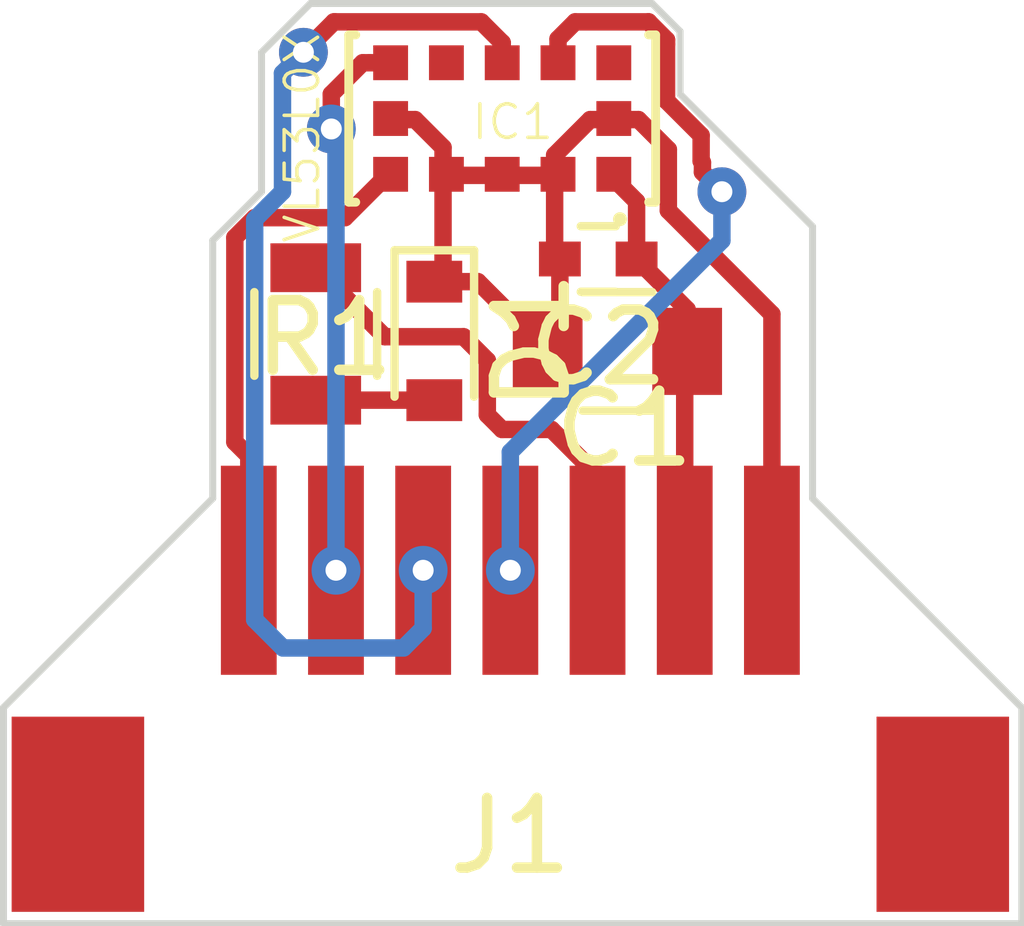
<source format=kicad_pcb>
(kicad_pcb (version 4) (host pcbnew 4.0.7)

  (general
    (links 17)
    (no_connects 0)
    (area 13.574799 12.874799 39.6508 33.3832)
    (thickness 1.6)
    (drawings 20)
    (tracks 94)
    (zones 0)
    (modules 6)
    (nets 10)
  )

  (page User 129.997 102.006)
  (layers
    (0 F.Cu signal)
    (31 B.Cu signal)
    (32 B.Adhes user hide)
    (33 F.Adhes user hide)
    (34 B.Paste user)
    (35 F.Paste user)
    (36 B.SilkS user)
    (37 F.SilkS user)
    (38 B.Mask user hide)
    (39 F.Mask user)
    (40 Dwgs.User user hide)
    (41 Cmts.User user hide)
    (42 Eco1.User user hide)
    (43 Eco2.User user hide)
    (44 Edge.Cuts user)
    (45 Margin user hide)
    (46 B.CrtYd user hide)
    (47 F.CrtYd user)
    (48 B.Fab user hide)
    (49 F.Fab user hide)
  )

  (setup
    (last_trace_width 0.25)
    (trace_clearance 0.2)
    (zone_clearance 0.508)
    (zone_45_only no)
    (trace_min 0.203)
    (segment_width 0.2)
    (edge_width 0.1)
    (via_size 0.7)
    (via_drill 0.3)
    (via_min_size 0.7)
    (via_min_drill 0.3)
    (uvia_size 0.3)
    (uvia_drill 0.1)
    (uvias_allowed no)
    (uvia_min_size 0.2)
    (uvia_min_drill 0.1)
    (pcb_text_width 0.3)
    (pcb_text_size 1.5 1.5)
    (mod_edge_width 0.15)
    (mod_text_size 1 1)
    (mod_text_width 0.15)
    (pad_size 1.9 2.8)
    (pad_drill 0)
    (pad_to_mask_clearance 0)
    (aux_axis_origin 14.5748 14.0748)
    (grid_origin 14.5748 14.0748)
    (visible_elements 7FFFFFFF)
    (pcbplotparams
      (layerselection 0x010fc_80000001)
      (usegerberextensions true)
      (excludeedgelayer true)
      (linewidth 0.100000)
      (plotframeref false)
      (viasonmask true)
      (mode 1)
      (useauxorigin false)
      (hpglpennumber 1)
      (hpglpenspeed 20)
      (hpglpendiameter 15)
      (hpglpenoverlay 2)
      (psnegative false)
      (psa4output false)
      (plotreference true)
      (plotvalue true)
      (plotinvisibletext false)
      (padsonsilk false)
      (subtractmaskfromsilk true)
      (outputformat 1)
      (mirror false)
      (drillshape 0)
      (scaleselection 1)
      (outputdirectory Fabrication/))
  )

  (net 0 "")
  (net 1 +3V3)
  (net 2 GND)
  (net 3 "Net-(D1-Pad2)")
  (net 4 /SCL)
  (net 5 /SDA)
  (net 6 "Net-(IC1-Pad8)")
  (net 7 /XSHUT)
  (net 8 /INT)
  (net 9 /LED)

  (net_class Default "Toto je výchozí třída sítě."
    (clearance 0.2)
    (trace_width 0.25)
    (via_dia 0.7)
    (via_drill 0.3)
    (uvia_dia 0.3)
    (uvia_drill 0.1)
    (add_net +3V3)
    (add_net /INT)
    (add_net /LED)
    (add_net /SCL)
    (add_net /SDA)
    (add_net /XSHUT)
    (add_net GND)
    (add_net "Net-(D1-Pad2)")
    (add_net "Net-(IC1-Pad8)")
  )

  (module CanSat:MOLEX_PicoBlade_7 (layer F.Cu) (tedit 5A7204B0) (tstamp 5A5E5E45)
    (at 21.84174 24.74524)
    (path /5A51E5E2)
    (fp_text reference J1 (at 0 1.27) (layer F.SilkS)
      (effects (font (size 1 1) (thickness 0.15)))
    )
    (fp_text value Conn_01x07 (at 0 -5.08) (layer F.Fab)
      (effects (font (size 1 1) (thickness 0.15)))
    )
    (pad 4 smd rect (at 0 -2.54) (size 0.8 3) (layers F.Cu F.Paste F.Mask)
      (net 4 /SCL))
    (pad 5 smd rect (at 1.25 -2.54) (size 0.8 3) (layers F.Cu F.Paste F.Mask)
      (net 9 /LED))
    (pad 6 smd rect (at 2.5 -2.54) (size 0.8 3) (layers F.Cu F.Paste F.Mask)
      (net 1 +3V3))
    (pad 3 smd rect (at -1.25 -2.54) (size 0.8 3) (layers F.Cu F.Paste F.Mask)
      (net 5 /SDA))
    (pad 2 smd rect (at -2.5 -2.54) (size 0.8 3) (layers F.Cu F.Paste F.Mask)
      (net 8 /INT))
    (pad "" smd rect (at 6.2 0.96) (size 1.9 2.8) (layers F.Cu F.Paste F.Mask))
    (pad "" smd rect (at -6.2 0.96) (size 1.9 2.8) (layers F.Cu F.Paste F.Mask))
    (pad 7 smd rect (at 3.75 -2.54) (size 0.8 3) (layers F.Cu F.Paste F.Mask)
      (net 2 GND))
    (pad 1 smd rect (at -3.75 -2.54) (size 0.8 3) (layers F.Cu F.Paste F.Mask)
      (net 7 /XSHUT))
  )

  (module Capacitors_SMD:C_0805 (layer F.Cu) (tedit 5A7620DB) (tstamp 5A5B8C94)
    (at 23.37674 19.06524 180)
    (descr "Capacitor SMD 0805, reflow soldering, AVX (see smccp.pdf)")
    (tags "capacitor 0805")
    (path /5A51E2B0)
    (attr smd)
    (fp_text reference C1 (at -0.09806 -1.10956 180) (layer F.SilkS)
      (effects (font (size 1 1) (thickness 0.15)))
    )
    (fp_text value 100nF (at 0 1.75 180) (layer F.Fab)
      (effects (font (size 1 1) (thickness 0.15)))
    )
    (fp_text user %R (at 0 -1.5 180) (layer F.Fab)
      (effects (font (size 1 1) (thickness 0.15)))
    )
    (fp_line (start -1 0.62) (end -1 -0.62) (layer F.Fab) (width 0.1))
    (fp_line (start 1 0.62) (end -1 0.62) (layer F.Fab) (width 0.1))
    (fp_line (start 1 -0.62) (end 1 0.62) (layer F.Fab) (width 0.1))
    (fp_line (start -1 -0.62) (end 1 -0.62) (layer F.Fab) (width 0.1))
    (fp_line (start 0.5 -0.85) (end -0.5 -0.85) (layer F.SilkS) (width 0.12))
    (fp_line (start -0.5 0.85) (end 0.5 0.85) (layer F.SilkS) (width 0.12))
    (fp_line (start -1.75 -0.88) (end 1.75 -0.88) (layer F.CrtYd) (width 0.05))
    (fp_line (start -1.75 -0.88) (end -1.75 0.87) (layer F.CrtYd) (width 0.05))
    (fp_line (start 1.75 0.87) (end 1.75 -0.88) (layer F.CrtYd) (width 0.05))
    (fp_line (start 1.75 0.87) (end -1.75 0.87) (layer F.CrtYd) (width 0.05))
    (pad 1 smd rect (at -1 0 180) (size 1 1.25) (layers F.Cu F.Paste F.Mask)
      (net 1 +3V3))
    (pad 2 smd rect (at 1 0 180) (size 1 1.25) (layers F.Cu F.Paste F.Mask)
      (net 2 GND))
    (model Capacitors_SMD.3dshapes/C_0805.wrl
      (at (xyz 0 0 0))
      (scale (xyz 1 1 1))
      (rotate (xyz 0 0 0))
    )
  )

  (module Capacitors_SMD:C_0402 (layer F.Cu) (tedit 58AA841A) (tstamp 5A5B8CA5)
    (at 23.10174 17.74024 180)
    (descr "Capacitor SMD 0402, reflow soldering, AVX (see smccp.pdf)")
    (tags "capacitor 0402")
    (path /5A51E305)
    (attr smd)
    (fp_text reference C2 (at 0 -1.27 180) (layer F.SilkS)
      (effects (font (size 1 1) (thickness 0.15)))
    )
    (fp_text value 4.7uF (at 0 1.27 180) (layer F.Fab)
      (effects (font (size 1 1) (thickness 0.15)))
    )
    (fp_text user %R (at 0 -1.27 180) (layer F.Fab)
      (effects (font (size 1 1) (thickness 0.15)))
    )
    (fp_line (start -0.5 0.25) (end -0.5 -0.25) (layer F.Fab) (width 0.1))
    (fp_line (start 0.5 0.25) (end -0.5 0.25) (layer F.Fab) (width 0.1))
    (fp_line (start 0.5 -0.25) (end 0.5 0.25) (layer F.Fab) (width 0.1))
    (fp_line (start -0.5 -0.25) (end 0.5 -0.25) (layer F.Fab) (width 0.1))
    (fp_line (start 0.25 -0.47) (end -0.25 -0.47) (layer F.SilkS) (width 0.12))
    (fp_line (start -0.25 0.47) (end 0.25 0.47) (layer F.SilkS) (width 0.12))
    (fp_line (start -1 -0.4) (end 1 -0.4) (layer F.CrtYd) (width 0.05))
    (fp_line (start -1 -0.4) (end -1 0.4) (layer F.CrtYd) (width 0.05))
    (fp_line (start 1 0.4) (end 1 -0.4) (layer F.CrtYd) (width 0.05))
    (fp_line (start 1 0.4) (end -1 0.4) (layer F.CrtYd) (width 0.05))
    (pad 1 smd rect (at -0.55 0 180) (size 0.6 0.5) (layers F.Cu F.Paste F.Mask)
      (net 1 +3V3))
    (pad 2 smd rect (at 0.55 0 180) (size 0.6 0.5) (layers F.Cu F.Paste F.Mask)
      (net 2 GND))
    (model Capacitors_SMD.3dshapes/C_0402.wrl
      (at (xyz 0 0 0))
      (scale (xyz 1 1 1))
      (rotate (xyz 0 0 0))
    )
  )

  (module Diodes_SMD:D_0603 (layer F.Cu) (tedit 590CE922) (tstamp 5A5B8CBD)
    (at 20.75174 18.91524 270)
    (descr "Diode SMD in 0603 package http://datasheets.avx.com/schottky.pdf")
    (tags "smd diode")
    (path /5A51DA01)
    (attr smd)
    (fp_text reference D1 (at 0 -1.4 270) (layer F.SilkS)
      (effects (font (size 1 1) (thickness 0.15)))
    )
    (fp_text value LED (at 0 1.4 270) (layer F.Fab)
      (effects (font (size 1 1) (thickness 0.15)))
    )
    (fp_text user %R (at 0 -1.4 270) (layer F.Fab)
      (effects (font (size 1 1) (thickness 0.15)))
    )
    (fp_line (start -1.3 -0.57) (end -1.3 0.57) (layer F.SilkS) (width 0.12))
    (fp_line (start 1.4 0.67) (end 1.4 -0.67) (layer F.CrtYd) (width 0.05))
    (fp_line (start -1.4 0.67) (end 1.4 0.67) (layer F.CrtYd) (width 0.05))
    (fp_line (start -1.4 -0.67) (end -1.4 0.67) (layer F.CrtYd) (width 0.05))
    (fp_line (start 1.4 -0.67) (end -1.4 -0.67) (layer F.CrtYd) (width 0.05))
    (fp_line (start 0.2 0) (end 0.4 0) (layer F.Fab) (width 0.1))
    (fp_line (start -0.1 0) (end -0.3 0) (layer F.Fab) (width 0.1))
    (fp_line (start -0.1 -0.2) (end -0.1 0.2) (layer F.Fab) (width 0.1))
    (fp_line (start 0.2 0.2) (end 0.2 -0.2) (layer F.Fab) (width 0.1))
    (fp_line (start -0.1 0) (end 0.2 0.2) (layer F.Fab) (width 0.1))
    (fp_line (start 0.2 -0.2) (end -0.1 0) (layer F.Fab) (width 0.1))
    (fp_line (start -0.8 0.45) (end -0.8 -0.45) (layer F.Fab) (width 0.1))
    (fp_line (start 0.8 0.45) (end -0.8 0.45) (layer F.Fab) (width 0.1))
    (fp_line (start 0.8 -0.45) (end 0.8 0.45) (layer F.Fab) (width 0.1))
    (fp_line (start -0.8 -0.45) (end 0.8 -0.45) (layer F.Fab) (width 0.1))
    (fp_line (start -1.3 0.57) (end 0.8 0.57) (layer F.SilkS) (width 0.12))
    (fp_line (start -1.3 -0.57) (end 0.8 -0.57) (layer F.SilkS) (width 0.12))
    (pad 1 smd rect (at -0.85 0 270) (size 0.6 0.8) (layers F.Cu F.Paste F.Mask)
      (net 2 GND))
    (pad 2 smd rect (at 0.85 0 270) (size 0.6 0.8) (layers F.Cu F.Paste F.Mask)
      (net 3 "Net-(D1-Pad2)"))
    (model ${KISYS3DMOD}/Diodes_SMD.3dshapes/D_0603.wrl
      (at (xyz 0 0 0))
      (scale (xyz 1 1 1))
      (rotate (xyz 0 0 0))
    )
  )

  (module VL53L0X:XDCR_VL53L0CXV0DH%2f1 (layer F.Cu) (tedit 5A7620D3) (tstamp 5A5B8CDD)
    (at 21.725 15.725 270)
    (path /5A51D9B7)
    (attr smd)
    (fp_text reference IC1 (at 0.0498 -0.1498 360) (layer F.SilkS)
      (effects (font (size 0.481178 0.481178) (thickness 0.05)))
    )
    (fp_text value VL53L0X (at 0.274092 2.86614 270) (layer F.SilkS)
      (effects (font (size 0.480158 0.480158) (thickness 0.05)))
    )
    (fp_line (start -1.2 -2.2) (end 1.2 -2.2) (layer F.SilkS) (width 0.127))
    (fp_line (start 1.2 -2.2) (end 1.2 2.2) (layer Dwgs.User) (width 0.127))
    (fp_line (start 1.2 2.2) (end -1.2 2.2) (layer F.SilkS) (width 0.127))
    (fp_line (start -1.2 2.2) (end -1.2 -2.2) (layer Dwgs.User) (width 0.127))
    (fp_line (start -1.477 -2.477) (end 1.477 -2.477) (layer Dwgs.User) (width 0.05))
    (fp_line (start 1.477 -2.477) (end 1.477 2.477) (layer Dwgs.User) (width 0.05))
    (fp_line (start 1.477 2.477) (end -1.477 2.477) (layer Dwgs.User) (width 0.05))
    (fp_line (start -1.477 2.477) (end -1.477 -2.477) (layer Dwgs.User) (width 0.05))
    (fp_circle (center 1.444 -1.689) (end 1.544 -1.689) (layer F.SilkS) (width 0))
    (fp_line (start -1.2 -2.2) (end 1.2 -2.2) (layer Dwgs.User) (width 0.127))
    (fp_line (start 1.2 2.2) (end -1.2 2.2) (layer Dwgs.User) (width 0.127))
    (fp_line (start -1.2 -2.2) (end -1.2 -2.1) (layer F.SilkS) (width 0.127))
    (fp_line (start 1.2 -2.2) (end 1.2 -2.1) (layer F.SilkS) (width 0.127))
    (fp_line (start -1.2 2.2) (end -1.2 2.1) (layer F.SilkS) (width 0.127))
    (fp_line (start 1.2 2.2) (end 1.2 2.1) (layer F.SilkS) (width 0.127))
    (pad 10 smd rect (at -0.8 -0.8 270) (size 0.5 0.5) (layers F.Cu F.Paste F.Mask)
      (net 4 /SCL))
    (pad 9 smd rect (at -0.8 0 270) (size 0.5 0.5) (layers F.Cu F.Paste F.Mask)
      (net 5 /SDA))
    (pad 11 smd rect (at -0.8 -1.6 270) (size 0.5 0.5) (layers F.Cu F.Paste F.Mask))
    (pad 8 smd rect (at -0.8 0.8 270) (size 0.5 0.5) (layers F.Cu F.Paste F.Mask)
      (net 6 "Net-(IC1-Pad8)"))
    (pad 2 smd rect (at 0.8 -0.8 270) (size 0.5 0.5) (layers F.Cu F.Paste F.Mask)
      (net 2 GND))
    (pad 3 smd rect (at 0.8 0 270) (size 0.5 0.5) (layers F.Cu F.Paste F.Mask)
      (net 2 GND))
    (pad 4 smd rect (at 0.8 0.8 270) (size 0.5 0.5) (layers F.Cu F.Paste F.Mask)
      (net 2 GND))
    (pad 5 smd rect (at 0.8 1.6 270) (size 0.5 0.5) (layers F.Cu F.Paste F.Mask)
      (net 7 /XSHUT))
    (pad 12 smd rect (at 0 -1.6 270) (size 0.5 0.5) (layers F.Cu F.Paste F.Mask)
      (net 2 GND))
    (pad 1 smd rect (at 0.8 -1.6 270) (size 0.5 0.5) (layers F.Cu F.Paste F.Mask)
      (net 1 +3V3))
    (pad 6 smd rect (at 0 1.6 270) (size 0.5 0.5) (layers F.Cu F.Paste F.Mask)
      (net 2 GND))
    (pad 7 smd rect (at -0.8 1.6 270) (size 0.5 0.5) (layers F.Cu F.Paste F.Mask)
      (net 8 /INT))
  )

  (module Resistors_SMD:R_0805 (layer F.Cu) (tedit 5A7620CC) (tstamp 5A5B8D0B)
    (at 19.05174 18.81524 90)
    (descr "Resistor SMD 0805, reflow soldering, Vishay (see dcrcw.pdf)")
    (tags "resistor 0805")
    (path /5A51E094)
    (attr smd)
    (fp_text reference R1 (at -0.05956 0.12306 180) (layer F.SilkS)
      (effects (font (size 1 1) (thickness 0.15)))
    )
    (fp_text value 150 (at 0 1.75 90) (layer F.Fab)
      (effects (font (size 1 1) (thickness 0.15)))
    )
    (fp_text user %R (at 0 0 90) (layer F.Fab)
      (effects (font (size 0.5 0.5) (thickness 0.075)))
    )
    (fp_line (start -1 0.62) (end -1 -0.62) (layer F.Fab) (width 0.1))
    (fp_line (start 1 0.62) (end -1 0.62) (layer F.Fab) (width 0.1))
    (fp_line (start 1 -0.62) (end 1 0.62) (layer F.Fab) (width 0.1))
    (fp_line (start -1 -0.62) (end 1 -0.62) (layer F.Fab) (width 0.1))
    (fp_line (start 0.6 0.88) (end -0.6 0.88) (layer F.SilkS) (width 0.12))
    (fp_line (start -0.6 -0.88) (end 0.6 -0.88) (layer F.SilkS) (width 0.12))
    (fp_line (start -1.55 -0.9) (end 1.55 -0.9) (layer F.CrtYd) (width 0.05))
    (fp_line (start -1.55 -0.9) (end -1.55 0.9) (layer F.CrtYd) (width 0.05))
    (fp_line (start 1.55 0.9) (end 1.55 -0.9) (layer F.CrtYd) (width 0.05))
    (fp_line (start 1.55 0.9) (end -1.55 0.9) (layer F.CrtYd) (width 0.05))
    (pad 1 smd rect (at -0.95 0 90) (size 0.7 1.3) (layers F.Cu F.Paste F.Mask)
      (net 3 "Net-(D1-Pad2)"))
    (pad 2 smd rect (at 0.95 0 90) (size 0.7 1.3) (layers F.Cu F.Paste F.Mask)
      (net 9 /LED))
    (model ${KISYS3DMOD}/Resistors_SMD.3dshapes/R_0805.wrl
      (at (xyz 0 0 0))
      (scale (xyz 1 1 1))
      (rotate (xyz 0 0 0))
    )
  )

  (gr_line (start 18.9748 14.0748) (end 13.6748 14.0748) (angle 90) (layer Dwgs.User) (width 0.2))
  (gr_line (start 14.5748 24.1748) (end 14.5748 12.9748) (angle 90) (layer Dwgs.User) (width 0.2))
  (gr_line (start 17.5748 17.4748) (end 17.6748 17.3748) (angle 90) (layer Edge.Cuts) (width 0.1))
  (gr_line (start 17.5748 21.1748) (end 17.5748 17.4748) (angle 90) (layer Edge.Cuts) (width 0.1))
  (gr_line (start 14.5748 24.1748) (end 17.5748 21.1748) (angle 90) (layer Edge.Cuts) (width 0.1))
  (gr_line (start 14.5748 24.1748) (end 14.5748 27.2748) (angle 90) (layer Edge.Cuts) (width 0.1))
  (gr_line (start 18.2748 16.7748) (end 17.6748 17.3748) (angle 90) (layer Edge.Cuts) (width 0.1))
  (gr_line (start 18.2748 14.7748) (end 18.2748 16.7748) (angle 90) (layer Edge.Cuts) (width 0.1))
  (gr_line (start 18.9748 14.0748) (end 18.2748 14.7748) (angle 90) (layer Edge.Cuts) (width 0.1))
  (gr_line (start 19.0748 14.0748) (end 18.9748 14.0748) (angle 90) (layer Edge.Cuts) (width 0.1))
  (gr_line (start 23.8748 14.0748) (end 19.0748 14.0748) (angle 90) (layer Edge.Cuts) (width 0.1))
  (gr_line (start 24.2748 14.4748) (end 23.8748 14.0748) (angle 90) (layer Edge.Cuts) (width 0.1))
  (gr_line (start 24.2748 15.3748) (end 24.2748 14.4748) (angle 90) (layer Edge.Cuts) (width 0.1))
  (gr_line (start 26.1748 17.2748) (end 26.1748 21.1748) (angle 90) (layer Edge.Cuts) (width 0.1))
  (gr_line (start 24.2748 15.3748) (end 26.1748 17.2748) (angle 90) (layer Edge.Cuts) (width 0.1))
  (gr_line (start 29.1748 24.1748) (end 26.1748 21.1748) (angle 90) (layer Edge.Cuts) (width 0.1))
  (gr_line (start 29.1748 27.2748) (end 29.1748 24.1748) (angle 90) (layer Edge.Cuts) (width 0.1))
  (gr_line (start 14.5748 27.2748) (end 29.1748 27.2748) (angle 90) (layer Edge.Cuts) (width 0.1))
  (dimension 15.1003 (width 0.3) (layer Dwgs.User)
    (gr_text "15.100 mm" (at 21.78685 32.033199) (layer Dwgs.User)
      (effects (font (size 1.5 1.5) (thickness 0.3)))
    )
    (feature1 (pts (xy 29.337 28.2575) (xy 29.337 33.383199)))
    (feature2 (pts (xy 14.2367 28.2575) (xy 14.2367 33.383199)))
    (crossbar (pts (xy 14.2367 30.683199) (xy 29.337 30.683199)))
    (arrow1a (pts (xy 29.337 30.683199) (xy 28.210496 31.26962)))
    (arrow1b (pts (xy 29.337 30.683199) (xy 28.210496 30.096778)))
    (arrow2a (pts (xy 14.2367 30.683199) (xy 15.363204 31.26962)))
    (arrow2b (pts (xy 14.2367 30.683199) (xy 15.363204 30.096778)))
  )
  (dimension 13.1953 (width 0.3) (layer Dwgs.User)
    (gr_text "13.195 mm" (at 33.1508 20.89785 90) (layer Dwgs.User)
      (effects (font (size 1.5 1.5) (thickness 0.3)))
    )
    (feature1 (pts (xy 29.4005 14.3002) (xy 34.5008 14.3002)))
    (feature2 (pts (xy 29.4005 27.4955) (xy 34.5008 27.4955)))
    (crossbar (pts (xy 31.8008 27.4955) (xy 31.8008 14.3002)))
    (arrow1a (pts (xy 31.8008 14.3002) (xy 32.387221 15.426704)))
    (arrow1b (pts (xy 31.8008 14.3002) (xy 31.214379 15.426704)))
    (arrow2a (pts (xy 31.8008 27.4955) (xy 32.387221 26.368996)))
    (arrow2b (pts (xy 31.8008 27.4955) (xy 31.214379 26.368996)))
  )

  (segment (start 23.65174 17.74024) (end 23.65174 16.91524) (width 0.25) (layer F.Cu) (net 1))
  (segment (start 23.65174 16.91524) (end 23.27674 16.54024) (width 0.25) (layer F.Cu) (net 1) (tstamp 5A5E60A7))
  (segment (start 24.37674 19.06524) (end 24.37674 18.46524) (width 0.25) (layer F.Cu) (net 1))
  (segment (start 24.37674 18.46524) (end 23.65174 17.74024) (width 0.25) (layer F.Cu) (net 1) (tstamp 5A5E601C))
  (segment (start 24.34174 22.20524) (end 24.34174 19.10024) (width 0.25) (layer F.Cu) (net 1))
  (segment (start 24.34174 19.10024) (end 24.37674 19.06524) (width 0.25) (layer F.Cu) (net 1) (tstamp 5A5E6017))
  (segment (start 20.75174 18.06524) (end 21.37674 18.06524) (width 0.25) (layer F.Cu) (net 2))
  (segment (start 21.37674 18.06524) (end 22.37674 19.06524) (width 0.25) (layer F.Cu) (net 2) (tstamp 5A761C5A))
  (segment (start 23.67774 15.74024) (end 23.27674 15.74024) (width 0.25) (layer F.Cu) (net 2) (tstamp 5A721745))
  (segment (start 24.10714 16.16964) (end 23.67774 15.74024) (width 0.25) (layer F.Cu) (net 2) (tstamp 5A721744))
  (segment (start 24.10714 17.04594) (end 24.10714 16.16964) (width 0.25) (layer F.Cu) (net 2) (tstamp 5A72173D))
  (segment (start 23.27674 15.74024) (end 22.98674 15.74024) (width 0.25) (layer F.Cu) (net 2))
  (segment (start 22.47674 16.25024) (end 22.47674 16.54024) (width 0.25) (layer F.Cu) (net 2) (tstamp 5A5E60AB))
  (segment (start 22.98674 15.74024) (end 22.47674 16.25024) (width 0.25) (layer F.Cu) (net 2) (tstamp 5A5E60AA))
  (segment (start 22.47674 16.54024) (end 21.67674 16.54024) (width 0.25) (layer F.Cu) (net 2))
  (segment (start 25.59174 18.53054) (end 24.10714 17.04594) (width 0.25) (layer F.Cu) (net 2) (tstamp 5A72173B))
  (segment (start 20.87674 16.54024) (end 20.87674 16.14024) (width 0.25) (layer F.Cu) (net 2))
  (segment (start 20.87674 16.14024) (end 20.47674 15.74024) (width 0.25) (layer F.Cu) (net 2) (tstamp 5A5E602D))
  (segment (start 21.67674 16.54024) (end 20.87674 16.54024) (width 0.25) (layer F.Cu) (net 2))
  (segment (start 25.59174 22.20524) (end 25.59174 18.53054) (width 0.25) (layer F.Cu) (net 2))
  (segment (start 20.87674 16.54024) (end 20.87674 17.94024) (width 0.25) (layer F.Cu) (net 2))
  (segment (start 20.87674 17.94024) (end 20.75174 18.06524) (width 0.25) (layer F.Cu) (net 2) (tstamp 5A5E602A))
  (segment (start 22.55174 17.74024) (end 22.55174 18.89024) (width 0.25) (layer F.Cu) (net 2))
  (segment (start 22.55174 18.89024) (end 22.37674 19.06524) (width 0.25) (layer F.Cu) (net 2) (tstamp 5A5E6023))
  (segment (start 22.47674 16.54024) (end 22.47674 17.66524) (width 0.25) (layer F.Cu) (net 2))
  (segment (start 22.47674 17.66524) (end 22.55174 17.74024) (width 0.25) (layer F.Cu) (net 2) (tstamp 5A5E6020))
  (segment (start 20.47674 15.74024) (end 20.07674 15.74024) (width 0.25) (layer F.Cu) (net 2) (tstamp 5A5E602E))
  (segment (start 19.05174 19.76524) (end 20.75174 19.76524) (width 0.25) (layer F.Cu) (net 3))
  (segment (start 21.84174 21.11474) (end 21.84174 20.50786) (width 0.25) (layer B.Cu) (net 4))
  (segment (start 21.84174 22.20524) (end 21.84174 21.11474) (width 0.25) (layer B.Cu) (net 4))
  (segment (start 21.93174 22.11524) (end 21.84174 22.20524) (width 0.25) (layer B.Cu) (net 4) (tstamp 5A5E6039))
  (via (at 21.84174 22.20524) (size 0.7) (drill 0.3) (layers F.Cu B.Cu) (net 4))
  (segment (start 24.59595 16.49595) (end 24.59595 16.35365) (width 0.25) (layer F.Cu) (net 4) (tstamp 5A761CC6))
  (segment (start 24.8748 16.7748) (end 24.59595 16.49595) (width 0.25) (layer F.Cu) (net 4) (tstamp 5A761CC5))
  (via (at 24.8748 16.7748) (size 0.7) (drill 0.3) (layers F.Cu B.Cu) (net 4))
  (segment (start 24.8748 17.4748) (end 24.8748 16.7748) (width 0.25) (layer B.Cu) (net 4) (tstamp 5A761CBE))
  (segment (start 21.84174 20.50786) (end 24.8748 17.4748) (width 0.25) (layer B.Cu) (net 4) (tstamp 5A761CBC))
  (segment (start 24.08174 14.65834) (end 24.08174 14.59738) (width 0.25) (layer F.Cu) (net 4))
  (segment (start 24.59595 16.35365) (end 24.57704 16.33474) (width 0.25) (layer F.Cu) (net 4) (tstamp 5A761CC9))
  (segment (start 24.57704 16.33474) (end 24.57704 15.96644) (width 0.25) (layer F.Cu) (net 4) (tstamp 5A72175A))
  (segment (start 24.57704 15.96644) (end 24.08174 15.47114) (width 0.25) (layer F.Cu) (net 4) (tstamp 5A72175C))
  (segment (start 24.08174 15.47114) (end 24.08174 14.65834) (width 0.25) (layer F.Cu) (net 4) (tstamp 5A721760))
  (segment (start 24.08174 14.59738) (end 23.82266 14.3383) (width 0.25) (layer F.Cu) (net 4) (tstamp 5A7218E5))
  (segment (start 22.525 14.5844) (end 22.525 14.925) (width 0.25) (layer F.Cu) (net 4) (tstamp 5A72176A))
  (segment (start 22.7711 14.3383) (end 22.525 14.5844) (width 0.25) (layer F.Cu) (net 4) (tstamp 5A721766))
  (segment (start 23.8252 14.3383) (end 23.82266 14.3383) (width 0.25) (layer F.Cu) (net 4) (tstamp 5A721764))
  (segment (start 23.82266 14.3383) (end 22.7711 14.3383) (width 0.25) (layer F.Cu) (net 4) (tstamp 5A7218E8))
  (segment (start 18.3748 16.9748) (end 18.5748 16.7748) (width 0.25) (layer B.Cu) (net 5))
  (segment (start 21.72208 14.63548) (end 21.4249 14.3383) (width 0.25) (layer F.Cu) (net 5) (tstamp 5A721724))
  (segment (start 19.3294 14.3383) (end 21.4249 14.3383) (width 0.25) (layer F.Cu) (net 5) (tstamp 5A72171D))
  (segment (start 18.17624 17.17336) (end 18.3748 16.9748) (width 0.25) (layer B.Cu) (net 5) (tstamp 5A761C90))
  (segment (start 20.59174 23.03784) (end 20.30984 23.31974) (width 0.25) (layer B.Cu) (net 5) (tstamp 5A7216C7))
  (segment (start 20.30984 23.31974) (end 18.58264 23.31974) (width 0.25) (layer B.Cu) (net 5) (tstamp 5A7216C8))
  (segment (start 18.58264 23.31974) (end 18.17624 22.91334) (width 0.25) (layer B.Cu) (net 5) (tstamp 5A7216C9))
  (segment (start 20.59174 23.03784) (end 20.59174 22.20524) (width 0.25) (layer B.Cu) (net 5))
  (segment (start 18.17624 22.91334) (end 18.17624 17.17336) (width 0.25) (layer B.Cu) (net 5))
  (segment (start 19.3113 14.3383) (end 19.3294 14.3383) (width 0.25) (layer F.Cu) (net 5) (tstamp 5A761CB1))
  (segment (start 18.8748 14.7748) (end 19.3113 14.3383) (width 0.25) (layer F.Cu) (net 5) (tstamp 5A761CB0))
  (via (at 18.8748 14.7748) (size 0.7) (drill 0.3) (layers F.Cu B.Cu) (net 5))
  (segment (start 18.5748 15.0748) (end 18.8748 14.7748) (width 0.25) (layer B.Cu) (net 5) (tstamp 5A761CAA))
  (segment (start 18.5748 16.7748) (end 18.5748 15.0748) (width 0.25) (layer B.Cu) (net 5) (tstamp 5A761CA6))
  (segment (start 21.72208 14.63548) (end 21.72208 14.92208) (width 0.25) (layer F.Cu) (net 5))
  (segment (start 21.72208 14.92208) (end 21.725 14.925) (width 0.25) (layer F.Cu) (net 5) (tstamp 5A7218EC))
  (segment (start 21.72208 14.63548) (end 21.725 14.6384) (width 0.25) (layer F.Cu) (net 5) (tstamp 5A7218EA))
  (segment (start 21.725 14.6384) (end 21.725 14.925) (width 0.25) (layer F.Cu) (net 5) (tstamp 5A721729))
  (via (at 20.59174 22.20524) (size 0.7) (drill 0.3) (layers F.Cu B.Cu) (net 5))
  (segment (start 20.59174 22.23524) (end 20.59174 22.20524) (width 0.25) (layer F.Cu) (net 5) (tstamp 5A5E6064))
  (segment (start 20.58864 22.20214) (end 20.55174 22.20214) (width 0.25) (layer B.Cu) (net 5) (tstamp 5A7216A8))
  (segment (start 20.59174 22.20524) (end 20.58864 22.20214) (width 0.25) (layer B.Cu) (net 5) (tstamp 5A7216A7))
  (segment (start 17.89174 20.36524) (end 17.89174 17.43204) (width 0.25) (layer F.Cu) (net 7))
  (segment (start 18.09174 20.56524) (end 17.89174 20.36524) (width 0.25) (layer F.Cu) (net 7) (tstamp 5A5E6071))
  (segment (start 18.09174 22.20524) (end 18.09174 20.56524) (width 0.25) (layer F.Cu) (net 7))
  (segment (start 19.46944 17.14754) (end 20.07674 16.54024) (width 0.25) (layer F.Cu) (net 7) (tstamp 5A72170D))
  (segment (start 18.17624 17.14754) (end 19.46944 17.14754) (width 0.25) (layer F.Cu) (net 7) (tstamp 5A72170C))
  (segment (start 17.89174 17.43204) (end 18.17624 17.14754) (width 0.25) (layer F.Cu) (net 7) (tstamp 5A721708))
  (segment (start 19.8222 14.925) (end 19.7246 14.925) (width 0.25) (layer F.Cu) (net 8))
  (via (at 19.34174 22.20524) (size 0.7) (drill 0.3) (layers F.Cu B.Cu) (net 8))
  (segment (start 19.34174 22.20524) (end 19.34174 15.92544) (width 0.25) (layer B.Cu) (net 8))
  (segment (start 19.8222 14.925) (end 20.125 14.925) (width 0.25) (layer F.Cu) (net 8) (tstamp 5A7216F2))
  (segment (start 19.32544 15.92544) (end 19.34174 15.92544) (width 0.25) (layer B.Cu) (net 8) (tstamp 5A761CA3))
  (segment (start 19.2748 15.8748) (end 19.32544 15.92544) (width 0.25) (layer B.Cu) (net 8) (tstamp 5A761CA2))
  (via (at 19.2748 15.8748) (size 0.7) (drill 0.3) (layers F.Cu B.Cu) (net 8))
  (segment (start 19.2748 15.3748) (end 19.2748 15.8748) (width 0.25) (layer F.Cu) (net 8) (tstamp 5A761C9E))
  (segment (start 19.7246 14.925) (end 19.2748 15.3748) (width 0.25) (layer F.Cu) (net 8) (tstamp 5A761C9C))
  (segment (start 19.36174 22.18524) (end 19.34174 22.20524) (width 0.25) (layer B.Cu) (net 8) (tstamp 5A5E6069))
  (segment (start 19.34174 22.20524) (end 19.36174 22.18524) (width 0.25) (layer B.Cu) (net 8) (tstamp 5A7216AE))
  (segment (start 23.09174 22.20524) (end 23.09174 20.84524) (width 0.25) (layer F.Cu) (net 9))
  (segment (start 23.09174 20.84524) (end 22.43174 20.18524) (width 0.25) (layer F.Cu) (net 9) (tstamp 5A5E6077))
  (segment (start 22.43174 20.18524) (end 21.72174 20.18524) (width 0.25) (layer F.Cu) (net 9) (tstamp 5A5E6078))
  (segment (start 21.72174 20.18524) (end 21.51174 19.97524) (width 0.25) (layer F.Cu) (net 9) (tstamp 5A5E6079))
  (segment (start 21.51174 19.97524) (end 21.51174 19.19524) (width 0.25) (layer F.Cu) (net 9) (tstamp 5A5E607A))
  (segment (start 21.51174 19.19524) (end 21.17174 18.85524) (width 0.25) (layer F.Cu) (net 9) (tstamp 5A5E607B))
  (segment (start 21.17174 18.85524) (end 20.04174 18.85524) (width 0.25) (layer F.Cu) (net 9) (tstamp 5A5E607C))
  (segment (start 20.04174 18.85524) (end 19.05174 17.86524) (width 0.25) (layer F.Cu) (net 9) (tstamp 5A5E607D))

)

</source>
